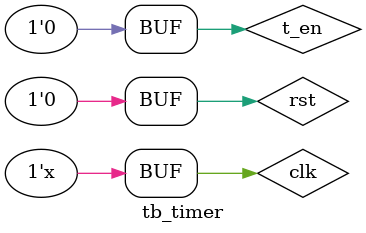
<source format=v>
`timescale 1ns/1ps

module tb_timer ();
reg rst, clk, t_en;
wire t_valid;
wire [15:0] t_out;

timer t (
    .rst(rst), 
    .clk(clk), 
    .t_en(t_en),
    .t_valid(t_valid),
    .t_out (t_out)
);

localparam PERIOD = 10;

always #(PERIOD/2) clk <= ~clk; 
    
initial begin
    clk <= 1'b0;
    rst <= 1'b1;
    #PERIOD;
    rst <= 1'b0;
    repeat (5) #PERIOD;
    t_en <= 1'b1;
    repeat (20) #PERIOD;
    t_en <= 1'b0;
end

endmodule
</source>
